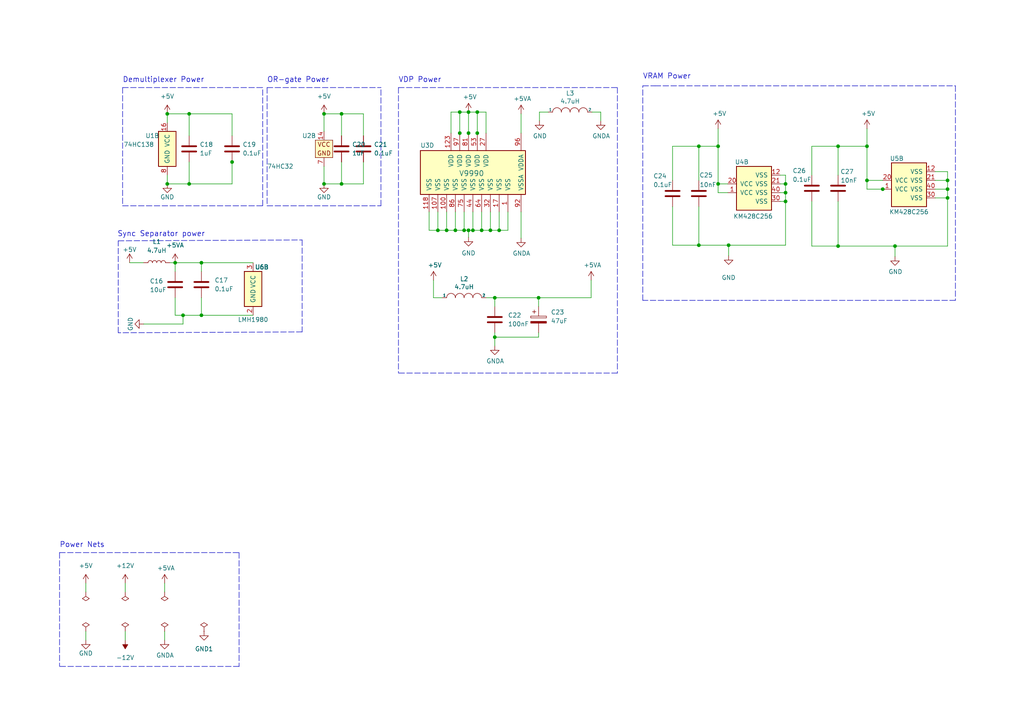
<source format=kicad_sch>
(kicad_sch (version 20211123) (generator eeschema)
  (paper "A4")
  (title_block (title "TRH9000") (date "2022-08-04") (rev "1.0") (company "The Retro Hacker") (comment 2 "Shared under CERN-OHL-S license") (comment 3 "TRH9000 - Open Source MSX Graphics Card based on the Yamaha V9990") (comment 4 "Designed  by: Cristiano Goncalves"))
  (lib_symbols
    (symbol "Device:C" (pin_numbers hide) (pin_names (offset 0.254))
      (property "Reference" "C" (at 0.635 2.54 0))
      (property "Value" "C" (at 0.635 -2.54 0))
      (symbol "C_1_1"
        (pin passive line (at 0 3.81 270) (length 2.794) (name "~") (number "1"))
        (pin passive line (at 0 -3.81 90) (length 2.794) (name "~") (number "2"))
      )
    )
    (symbol "Device:C_Polarized" (pin_numbers hide) (pin_names (offset 0.254))
      (property "Reference" "C" (at 0.635 2.54 0))
      (property "Value" "C_Polarized" (at 0.635 -2.54 0))
      (symbol "C_Polarized_1_1"
        (pin passive line (at 0 3.81 270) (length 2.794) (name "~") (number "1"))
        (pin passive line (at 0 -3.81 90) (length 2.794) (name "~") (number "2"))
      )
    )
    (symbol "Device:L" (pin_numbers hide) (pin_names (offset 1.016) hide)
      (property "Reference" "L" (at -1.27 0 90))
      (property "Value" "L" (at 1.905 0 90))
      (symbol "L_1_1"
        (pin passive line (at 0 3.81 270) (length 1.27) (name "1") (number "1"))
        (pin passive line (at 0 -3.81 90) (length 1.27) (name "2") (number "2"))
      )
    )
    (symbol "KM428C256_1" (pin_names (offset 1.016))
      (property "Reference" "U4" (at -11.43 24.13 0))
      (property "Value" "KM428C256_1" (at -6.35 -31.75 0))
      (symbol "KM428C256_1_1_1"
        (pin bidirectional line (at 15.24 15.24 180) (length 2.54) (name "W2/DQ2") (number "10"))
        (pin bidirectional line (at 15.24 12.7 180) (length 2.54) (name "W3/DQ3") (number "11"))
        (pin input line (at -15.24 -12.7 0) (length 2.54) (name "~{WB}/~{WE}") (number "13"))
        (pin input line (at -15.24 -5.08 0) (length 2.54) (name "~{RAS}") (number "14"))
        (pin input line (at -15.24 0 0) (length 2.54) (name "A8") (number "15"))
        (pin input line (at -15.24 2.54 0) (length 2.54) (name "A7") (number "16"))
        (pin input line (at -15.24 5.08 0) (length 2.54) (name "A6") (number "17"))
        (pin input line (at -15.24 7.62 0) (length 2.54) (name "A5") (number "18"))
        (pin input line (at -15.24 10.16 0) (length 2.54) (name "A4") (number "19"))
        (pin input line (at 15.24 -25.4 180) (length 2.54) (name "SC") (number "2"))
        (pin input line (at -15.24 12.7 0) (length 2.54) (name "A3") (number "22"))
        (pin input line (at -15.24 15.24 0) (length 2.54) (name "A2") (number "23"))
        (pin input line (at -15.24 17.78 0) (length 2.54) (name "A1") (number "24"))
        (pin input line (at -15.24 20.32 0) (length 2.54) (name "A0") (number "25"))
        (pin input line (at -15.24 -22.86 0) (length 2.54) (name "QSF") (number "26"))
        (pin input line (at -15.24 -7.62 0) (length 2.54) (name "~{CAS}") (number "27"))
        (pin no_connect line (at 10.16 0 180) (length 2.54) hide (name "N/C") (number "28"))
        (pin input line (at -15.24 -25.4 0) (length 2.54) (name "DSF") (number "29"))
        (pin bidirectional line (at 15.24 -2.54 180) (length 2.54) (name "SDQ0") (number "3"))
        (pin bidirectional line (at 15.24 10.16 180) (length 2.54) (name "W4/DQ4") (number "31"))
        (pin bidirectional line (at 15.24 7.62 180) (length 2.54) (name "W5/DQ5") (number "32"))
        (pin bidirectional line (at 15.24 5.08 180) (length 2.54) (name "W6/DQ6") (number "33"))
        (pin bidirectional line (at 15.24 2.54 180) (length 2.54) (name "W7/DQ7") (number "34"))
        (pin input line (at 15.24 -27.94 180) (length 2.54) (name "~{SE}") (number "35"))
        (pin bidirectional line (at 15.24 -12.7 180) (length 2.54) (name "SDQ4") (number "36"))
        (pin bidirectional line (at 15.24 -15.24 180) (length 2.54) (name "SDQ5") (number "37"))
        (pin bidirectional line (at 15.24 -17.78 180) (length 2.54) (name "SDQ6") (number "38"))
        (pin bidirectional line (at 15.24 -20.32 180) (length 2.54) (name "SDQ7") (number "39"))
        (pin bidirectional line (at 15.24 -5.08 180) (length 2.54) (name "SDQ1") (number "4"))
        (pin bidirectional line (at 15.24 -7.62 180) (length 2.54) (name "SDQ2") (number "5"))
        (pin bidirectional line (at 15.24 -10.16 180) (length 2.54) (name "SDQ3") (number "6"))
        (pin input line (at -15.24 -10.16 0) (length 2.54) (name "~{DT}/~{OE}") (number "7"))
        (pin bidirectional line (at 15.24 20.32 180) (length 2.54) (name "W0/DQ0") (number "8"))
        (pin bidirectional line (at 15.24 17.78 180) (length 2.54) (name "W1/DQ1") (number "9"))
      )
      (symbol "KM428C256_1_2_1"
        (pin power_in line (at 0 7.62 270) (length 2.54) (name "VCC") (number "1"))
        (pin power_in line (at 5.08 -7.62 90) (length 2.54) (name "VSS") (number "12"))
        (pin power_in line (at 2.54 7.62 270) (length 2.54) (name "VCC") (number "20"))
        (pin power_in line (at 2.54 -7.62 90) (length 2.54) (name "VSS") (number "21"))
        (pin power_in line (at -2.54 -7.62 90) (length 2.54) (name "VSS") (number "30"))
        (pin power_in line (at 0 -7.62 90) (length 2.54) (name "VSS") (number "40"))
      )
    )
    (symbol "TRH9000:74VHC138" (pin_names (offset 0.762))
      (property "Reference" "U1" (at -6.35 13.97 0))
      (property "Value" "74VHC138" (at -6.35 -13.97 0))
      (symbol "74VHC138_1_0"
        (text "&" (at -3.81 10.795 0) (effects (font (size 1.27 1.27))))
      )
      (symbol "74VHC138_1_1"
        (pin input line (at -8.89 -3.81 0) (length 2.54) (name "A0") (number "1"))
        (pin output line (at 10.16 -5.08 180) (length 2.54) (name "~{Y5}") (number "10"))
        (pin output line (at 10.16 -2.54 180) (length 2.54) (name "~{Y4}") (number "11"))
        (pin output line (at 10.16 0 180) (length 2.54) (name "~{Y3}") (number "12"))
        (pin output line (at 10.16 2.54 180) (length 2.54) (name "~{Y2}") (number "13"))
        (pin output line (at 10.16 5.08 180) (length 2.54) (name "~{Y1}") (number "14"))
        (pin output line (at 10.16 7.62 180) (length 2.54) (name "~{Y0}") (number "15"))
        (pin input line (at -8.89 -6.35 0) (length 2.54) (name "A1") (number "2"))
        (pin input line (at -8.89 -8.89 0) (length 2.54) (name "A2") (number "3"))
        (pin input line (at -8.89 7.62 0) (length 2.54) (name "~{G2A}") (number "4"))
        (pin input line (at -8.89 5.08 0) (length 2.54) (name "~{G2B}") (number "5"))
        (pin input line (at -8.89 2.54 0) (length 2.54) (name "G1") (number "6"))
        (pin output line (at 10.16 -10.16 180) (length 2.54) (name "~{Y7}") (number "7"))
        (pin output line (at 10.16 -7.62 180) (length 2.54) (name "~{Y6}") (number "9"))
      )
      (symbol "74VHC138_2_0"
        (pin power_in line (at 0 7.62 270) (length 2.54) (name "VCC") (number "16"))
      )
      (symbol "74VHC138_2_1"
        (pin power_in line (at 0 -7.62 90) (length 2.54) (name "GND") (number "8"))
      )
    )
    (symbol "TRH9000:KM428C256" (pin_names (offset 1.016))
      (property "Reference" "U4" (at -11.43 24.13 0))
      (property "Value" "KM428C256" (at -6.35 -31.75 0))
      (symbol "KM428C256_1_1"
        (pin bidirectional line (at 15.24 15.24 180) (length 2.54) (name "W2/DQ2") (number "10"))
        (pin bidirectional line (at 15.24 12.7 180) (length 2.54) (name "W3/DQ3") (number "11"))
        (pin input line (at -15.24 -12.7 0) (length 2.54) (name "~{WB}/~{WE}") (number "13"))
        (pin input line (at -15.24 -5.08 0) (length 2.54) (name "~{RAS}") (number "14"))
        (pin input line (at -15.24 0 0) (length 2.54) (name "A8") (number "15"))
        (pin input line (at -15.24 2.54 0) (length 2.54) (name "A7") (number "16"))
        (pin input line (at -15.24 5.08 0) (length 2.54) (name "A6") (number "17"))
        (pin input line (at -15.24 7.62 0) (length 2.54) (name "A5") (number "18"))
        (pin input line (at -15.24 10.16 0) (length 2.54) (name "A4") (number "19"))
        (pin input line (at 15.24 -25.4 180) (length 2.54) (name "SC") (number "2"))
        (pin input line (at -15.24 12.7 0) (length 2.54) (name "A3") (number "22"))
        (pin input line (at -15.24 15.24 0) (length 2.54) (name "A2") (number "23"))
        (pin input line (at -15.24 17.78 0) (length 2.54) (name "A1") (number "24"))
        (pin input line (at -15.24 20.32 0) (length 2.54) (name "A0") (number "25"))
        (pin input line (at -15.24 -22.86 0) (length 2.54) (name "QSF") (number "26"))
        (pin input line (at -15.24 -7.62 0) (length 2.54) (name "~{CAS}") (number "27"))
        (pin no_connect line (at 10.16 0 180) (length 2.54) hide (name "N/C") (number "28"))
        (pin input line (at -15.24 -25.4 0) (length 2.54) (name "DSF") (number "29"))
        (pin bidirectional line (at 15.24 -2.54 180) (length 2.54) (name "SDQ0") (number "3"))
        (pin bidirectional line (at 15.24 10.16 180) (length 2.54) (name "W4/DQ4") (number "31"))
        (pin bidirectional line (at 15.24 7.62 180) (length 2.54) (name "W5/DQ5") (number "32"))
        (pin bidirectional line (at 15.24 5.08 180) (length 2.54) (name "W6/DQ6") (number "33"))
        (pin bidirectional line (at 15.24 2.54 180) (length 2.54) (name "W7/DQ7") (number "34"))
        (pin input line (at 15.24 -27.94 180) (length 2.54) (name "~{SE}") (number "35"))
        (pin bidirectional line (at 15.24 -12.7 180) (length 2.54) (name "SDQ4") (number "36"))
        (pin bidirectional line (at 15.24 -15.24 180) (length 2.54) (name "SDQ5") (number "37"))
        (pin bidirectional line (at 15.24 -17.78 180) (length 2.54) (name "SDQ6") (number "38"))
        (pin bidirectional line (at 15.24 -20.32 180) (length 2.54) (name "SDQ7") (number "39"))
        (pin bidirectional line (at 15.24 -5.08 180) (length 2.54) (name "SDQ1") (number "4"))
        (pin bidirectional line (at 15.24 -7.62 180) (length 2.54) (name "SDQ2") (number "5"))
        (pin bidirectional line (at 15.24 -10.16 180) (length 2.54) (name "SDQ3") (number "6"))
        (pin input line (at -15.24 -10.16 0) (length 2.54) (name "~{DT}/~{OE}") (number "7"))
        (pin bidirectional line (at 15.24 20.32 180) (length 2.54) (name "W0/DQ0") (number "8"))
        (pin bidirectional line (at 15.24 17.78 180) (length 2.54) (name "W1/DQ1") (number "9"))
      )
      (symbol "KM428C256_2_1"
        (pin power_in line (at 0 7.62 270) (length 2.54) (name "VCC") (number "1"))
        (pin power_in line (at 5.08 -7.62 90) (length 2.54) (name "VSS") (number "12"))
        (pin power_in line (at 2.54 7.62 270) (length 2.54) (name "VCC") (number "20"))
        (pin power_in line (at 2.54 -7.62 90) (length 2.54) (name "VSS") (number "21"))
        (pin power_in line (at -2.54 -7.62 90) (length 2.54) (name "VSS") (number "30"))
        (pin power_in line (at 0 -7.62 90) (length 2.54) (name "VSS") (number "40"))
      )
    )
    (symbol "TRH9000:LMH1980" (pin_names (offset 1.016))
      (property "Reference" "U6" (at 0 14.4018 0))
      (property "Value" "LMH1980" (at 0 12.0904 0))
      (symbol "LMH1980_1_1"
        (pin input line (at -10.16 0 0) (length 2.54) (name "REXT") (number "1"))
        (pin output line (at 10.16 -5.08 180) (length 2.54) (name "OEOUT") (number "10"))
        (pin input line (at -10.16 2.54 0) (length 2.54) (name "VIN") (number "4"))
        (pin output line (at 10.16 7.62 180) (length 2.54) (name "~{HD}") (number "5"))
        (pin output line (at 10.16 5.08 180) (length 2.54) (name "HSOUT") (number "6"))
        (pin output line (at 10.16 2.54 180) (length 2.54) (name "VSOUT") (number "7"))
        (pin output line (at 10.16 0 180) (length 2.54) (name "CSOUT") (number "8"))
        (pin output line (at 10.16 -2.54 180) (length 2.54) (name "BPOUT") (number "9"))
      )
      (symbol "LMH1980_2_1"
        (pin power_in line (at 0 -7.62 90) (length 2.54) (name "GND") (number "2"))
        (pin power_in line (at 0 7.62 270) (length 2.54) (name "VCC") (number "3"))
      )
    )
    (symbol "TRH9000:T.I_SN74AHCT32D" (pin_names (offset 1))
      (property "Reference" "U5" (at -22.86 17.78 0))
      (property "Value" "T.I_SN74AHCT32D" (at -22.86 15.24 0))
      (symbol "T.I_SN74AHCT32D_1_1"
        (pin input line (at -10.16 10.16 0) (length 2.54) (name "1A") (number "1"))
        (pin input line (at -10.16 -2.54 0) (length 2.54) (name "3B") (number "10"))
        (pin output line (at 10.16 -7.62 180) (length 2.54) (name "4Y") (number "11"))
        (pin input line (at -10.16 -5.08 0) (length 2.54) (name "4A") (number "12"))
        (pin input line (at -10.16 -7.62 0) (length 2.54) (name "4B") (number "13"))
        (pin input line (at -10.16 7.62 0) (length 2.54) (name "1B") (number "2"))
        (pin output line (at 10.16 7.62 180) (length 2.54) (name "1Y") (number "3"))
        (pin input line (at -10.16 5.08 0) (length 2.54) (name "2A") (number "4"))
        (pin input line (at -10.16 2.54 0) (length 2.54) (name "2B") (number "5"))
        (pin output line (at 10.16 2.54 180) (length 2.54) (name "2Y") (number "6"))
        (pin output line (at 10.16 -2.54 180) (length 2.54) (name "3Y") (number "8"))
        (pin input line (at -10.16 0 0) (length 2.54) (name "3A") (number "9"))
      )
      (symbol "T.I_SN74AHCT32D_2_0"
        (text "GND" (at 0 -1.27 0) (effects (font (size 1.27 1.27))))
        (text "VCC" (at 0 1.27 0) (effects (font (size 1.27 1.27))))
      )
      (symbol "T.I_SN74AHCT32D_2_1"
        (pin power_in line (at 0 5.08 270) (length 2.54) (name "VCC") (number "14"))
        (pin power_in line (at 0 -5.08 90) (length 2.54) (name "GND") (number "7"))
      )
    )
    (symbol "TRH9000:V9990" (pin_names (offset 1.016))
      (property "Reference" "U" (at -12.7 60.96 0))
      (property "Value" "V9990" (at -2.54 -76.2 0))
      (symbol "V9990_1_0"
        (text "CPU Interface" (at 0 29.21 0) (effects (font (size 1.27 1.27))))
        (pin input line (at -15.24 20.32 0) (length 5.08) (name "~{VMREQ}") (number "124"))
        (pin open_emitter line (at 15.24 20.32 180) (length 5.08) (name "~{DREQ}") (number "125"))
        (pin open_collector line (at 15.24 15.24 180) (length 5.08) (name "~{INT0}") (number "126"))
        (pin input line (at -15.24 10.16 0) (length 5.08) (name "MODE2") (number "6"))
        (pin input line (at -15.24 7.62 0) (length 5.08) (name "MODE3") (number "7"))
      )
      (symbol "V9990_1_1"
        (pin input line (at -15.24 25.4 0) (length 5.08) (name "~{RESET}") (number "110"))
        (pin tri_state line (at -15.24 2.54 0) (length 5.08) (name "CD0") (number "114"))
        (pin tri_state line (at -15.24 0 0) (length 5.08) (name "CD1") (number "115"))
        (pin tri_state line (at -15.24 -2.54 0) (length 5.08) (name "CD2") (number "116"))
        (pin tri_state line (at -15.24 -5.08 0) (length 5.08) (name "CD3") (number "117"))
        (pin tri_state line (at -15.24 -7.62 0) (length 5.08) (name "CD4") (number "119"))
        (pin tri_state line (at -15.24 -10.16 0) (length 5.08) (name "CD5") (number "120"))
        (pin tri_state line (at -15.24 -12.7 0) (length 5.08) (name "CD6") (number "121"))
        (pin tri_state line (at -15.24 -15.24 0) (length 5.08) (name "CD7") (number "122"))
        (pin open_collector line (at 15.24 12.7 180) (length 5.08) (name "~{INT1}") (number "127"))
        (pin output line (at 15.24 25.4 180) (length 5.08) (name "~{WAIT}") (number "128"))
        (pin input line (at -15.24 -22.86 0) (length 5.08) (name "~{CSW}") (number "2"))
        (pin input line (at -15.24 -20.32 0) (length 5.08) (name "~{CSR}") (number "3"))
        (pin input line (at -15.24 15.24 0) (length 5.08) (name "MODE0") (number "4"))
        (pin input line (at -15.24 12.7 0) (length 5.08) (name "MODE1") (number "5"))
      )
      (symbol "V9990_2_0"
        (text "Address Bus &" (at -11.43 -43.18 0) (effects (font (size 1.27 1.27)) (justify left)))
        (text "Kanji Output" (at -11.43 -45.72 0) (effects (font (size 1.27 1.27)) (justify left)))
        (text "PORT 0" (at 0 35.56 900) (effects (font (size 1.27 1.27))))
        (text "PORT 1" (at 0 -12.7 900) (effects (font (size 1.27 1.27))))
        (text "VRAM interface" (at 0 57.15 0) (effects (font (size 1.27 1.27))))
        (pin tri_state line (at 17.78 -58.42 180) (length 5.08) (name "KA15") (number "10"))
        (pin tri_state line (at 17.78 -55.88 180) (length 5.08) (name "KA14") (number "11"))
        (pin tri_state line (at 17.78 -53.34 180) (length 5.08) (name "KA13") (number "12"))
        (pin tri_state line (at 17.78 -50.8 180) (length 5.08) (name "KA12") (number "13"))
        (pin tri_state line (at 17.78 -48.26 180) (length 5.08) (name "KA11") (number "14"))
        (pin tri_state line (at 17.78 -45.72 180) (length 5.08) (name "KA10") (number "15"))
        (pin tri_state line (at 17.78 -43.18 180) (length 5.08) (name "KA9") (number "16"))
        (pin tri_state line (at 17.78 10.16 180) (length 5.08) (name "V0_A8/KA8") (number "18"))
        (pin tri_state line (at 17.78 12.7 180) (length 5.08) (name "V0_A7/KA7") (number "19"))
        (pin tri_state line (at 17.78 15.24 180) (length 5.08) (name "V0_A6/KA6") (number "20"))
        (pin tri_state line (at 17.78 17.78 180) (length 5.08) (name "V0_A5/KA5") (number "21"))
        (pin tri_state line (at 17.78 20.32 180) (length 5.08) (name "V0_A4/KA4") (number "22"))
        (pin tri_state line (at 17.78 22.86 180) (length 5.08) (name "V0_A3/KA3") (number "23"))
        (pin tri_state line (at 17.78 25.4 180) (length 5.08) (name "V0_A2/KA2") (number "24"))
        (pin tri_state line (at 17.78 27.94 180) (length 5.08) (name "V0_A1/KA1") (number "25"))
        (pin tri_state line (at 17.78 30.48 180) (length 5.08) (name "V0_A0/KA0") (number "26"))
        (pin output line (at 17.78 35.56 180) (length 5.08) (name "~{KOE}") (number "37"))
        (pin tri_state line (at 17.78 43.18 180) (length 5.08) (name "~{V0_WE}") (number "40"))
        (pin output line (at 17.78 53.34 180) (length 5.08) (name "~{V0_TR/OE}") (number "41"))
        (pin output clock (at 17.78 40.64 180) (length 5.08) (name "~{V0_SC}") (number "42"))
        (pin output line (at 17.78 50.8 180) (length 5.08) (name "~{V0_SOE}") (number "43"))
        (pin input line (at -17.78 35.56 0) (length 5.08) (name "V0_S7") (number "45"))
        (pin input line (at -17.78 38.1 0) (length 5.08) (name "V0_S6") (number "46"))
        (pin input line (at -17.78 40.64 0) (length 5.08) (name "V0_S5") (number "47"))
        (pin input line (at -17.78 43.18 0) (length 5.08) (name "V0_S4") (number "48"))
        (pin input line (at -17.78 45.72 0) (length 5.08) (name "V0_S3") (number "49"))
        (pin input line (at -17.78 48.26 0) (length 5.08) (name "V0_S2") (number "50"))
        (pin input line (at -17.78 50.8 0) (length 5.08) (name "V0_S1") (number "51"))
        (pin input line (at -17.78 53.34 0) (length 5.08) (name "V0_S0") (number "52"))
        (pin tri_state line (at 17.78 -5.08 180) (length 5.08) (name "~{V1_WE}") (number "65"))
        (pin output line (at 17.78 5.08 180) (length 5.08) (name "~{V1_TR/OE}") (number "66"))
        (pin output clock (at 17.78 -7.62 180) (length 5.08) (name "V1_SC") (number "67"))
        (pin output line (at 17.78 2.54 180) (length 5.08) (name "~{V1_SOE}") (number "68"))
        (pin output line (at 17.78 -10.16 180) (length 5.08) (name "ASEL") (number "70"))
        (pin tri_state line (at 17.78 -38.1 180) (length 5.08) (name "V1_A8") (number "71"))
        (pin tri_state line (at 17.78 -35.56 180) (length 5.08) (name "V1_A7") (number "72"))
        (pin tri_state line (at 17.78 -33.02 180) (length 5.08) (name "V1_A6") (number "73"))
        (pin tri_state line (at 17.78 -30.48 180) (length 5.08) (name "V1_A5") (number "74"))
        (pin tri_state line (at 17.78 -27.94 180) (length 5.08) (name "V1_A4") (number "76"))
        (pin tri_state line (at 17.78 -25.4 180) (length 5.08) (name "V1_A3") (number "77"))
        (pin tri_state line (at 17.78 -22.86 180) (length 5.08) (name "V1_A2") (number "78"))
        (pin tri_state line (at 17.78 -20.32 180) (length 5.08) (name "V1_A1") (number "79"))
        (pin tri_state line (at 17.78 -63.5 180) (length 5.08) (name "KA17") (number "8"))
        (pin tri_state line (at 17.78 -17.78 180) (length 5.08) (name "V1_A0") (number "80"))
        (pin tri_state line (at 17.78 -60.96 180) (length 5.08) (name "KA16") (number "9"))
      )
      (symbol "V9990_2_1"
        (pin bidirectional line (at -17.78 12.7 0) (length 5.08) (name "V0_D7/KD7") (number "28"))
        (pin bidirectional line (at -17.78 15.24 0) (length 5.08) (name "V0_D6/KD6") (number "29"))
        (pin bidirectional line (at -17.78 17.78 0) (length 5.08) (name "V0_D5/KD5") (number "30"))
        (pin bidirectional line (at -17.78 20.32 0) (length 5.08) (name "V0_D4/KD4") (number "31"))
        (pin bidirectional line (at -17.78 22.86 0) (length 5.08) (name "V0_D3/KD3") (number "33"))
        (pin bidirectional line (at -17.78 25.4 0) (length 5.08) (name "V0_D2/KD2") (number "34"))
        (pin bidirectional line (at -17.78 27.94 0) (length 5.08) (name "V0_D1/KD1") (number "35"))
        (pin bidirectional line (at -17.78 30.48 0) (length 5.08) (name "V0_D0/KD0") (number "36"))
        (pin output line (at 17.78 45.72 180) (length 5.08) (name "~{V0_RAS}") (number "38"))
        (pin output line (at 17.78 48.26 180) (length 5.08) (name "~{V0_CAS}") (number "39"))
        (pin input line (at -17.78 -12.7 0) (length 5.08) (name "V1_S7") (number "54"))
        (pin input line (at -17.78 -10.16 0) (length 5.08) (name "V1_S6") (number "55"))
        (pin input line (at -17.78 -7.62 0) (length 5.08) (name "V1_S5") (number "56"))
        (pin input line (at -17.78 -5.08 0) (length 5.08) (name "V1_S4") (number "57"))
        (pin input line (at -17.78 -2.54 0) (length 5.08) (name "V1_S3") (number "58"))
        (pin input line (at -17.78 0 0) (length 5.08) (name "V1_S2") (number "59"))
        (pin input line (at -17.78 2.54 0) (length 5.08) (name "V1_S1") (number "60"))
        (pin input line (at -17.78 5.08 0) (length 5.08) (name "V1_S0") (number "61"))
        (pin output line (at 17.78 -2.54 180) (length 5.08) (name "~{V1_RAS}") (number "62"))
        (pin output line (at 17.78 0 180) (length 5.08) (name "~{V1_CAS}") (number "63"))
        (pin output line (at 17.78 38.1 180) (length 5.08) (name "~{VMBG}") (number "69"))
        (pin bidirectional line (at -17.78 -17.78 0) (length 5.08) (name "V1_D0") (number "82"))
        (pin bidirectional line (at -17.78 -20.32 0) (length 5.08) (name "V1_D1") (number "83"))
        (pin bidirectional line (at -17.78 -22.86 0) (length 5.08) (name "V1_D2") (number "84"))
        (pin bidirectional line (at -17.78 -25.4 0) (length 5.08) (name "V1_D3") (number "85"))
        (pin bidirectional line (at -17.78 -27.94 0) (length 5.08) (name "V1_D4") (number "87"))
        (pin bidirectional line (at -17.78 -30.48 0) (length 5.08) (name "V1_D5") (number "88"))
        (pin bidirectional line (at -17.78 -33.02 0) (length 5.08) (name "V1_D6") (number "89"))
        (pin bidirectional line (at -17.78 -35.56 0) (length 5.08) (name "V1_D7") (number "90"))
      )
      (symbol "V9990_3_0"
        (text "(14MHz)" (at -6.35 23.495 0) (effects (font (size 1 1))))
        (text "(21MHz)" (at 0 17.78 0) (effects (font (size 1 1))))
        (text "(3.58MHz)" (at -3.81 -7.62 0) (effects (font (size 1 1))))
        (text "(MCK÷2)" (at 0.635 25.4 0) (effects (font (size 0.75 0.75))))
        (text "(MCK÷4)" (at 0.635 22.987 0) (effects (font (size 0.75 0.75))))
        (text "/CB4" (at -6.985 8.636 0) (effects (font (size 0.85 0.85))))
        (text "/CB5" (at 3.81 8.636 0) (effects (font (size 0.85 0.85))))
        (text "CLOCK signals" (at 0 29.21 0) (effects (font (size 1.27 1.27))))
        (text "VIDEO interface" (at 0 13.97 0) (effects (font (size 1.27 1.27))))
        (text "~{HRESET}" (at -5.588 10.033 0) (effects (font (size 1.27 1.27))))
        (text "~{VRESET}" (at 5.588 10.033 0) (effects (font (size 1.27 1.27))))
        (pin input clock (at -15.24 25.4 0) (length 5.08) (name "MCKIN") (number "113"))
      )
      (symbol "V9990_3_1"
        (pin output line (at 15.24 -15.24 180) (length 5.08) (name "~{HSYNC/LC}") (number "101"))
        (pin output line (at 15.24 -17.78 180) (length 5.08) (name "~{CSYNC/FLM}") (number "102"))
        (pin output line (at 15.24 -22.86 180) (length 5.08) (name "~{BLANK/M}") (number "103"))
        (pin output clock (at 15.24 -25.4 180) (length 5.08) (name "SHCK") (number "104"))
        (pin bidirectional line (at -15.24 10.16 0) (length 5.08) (name "~{HRESET}/CB4") (number "105"))
        (pin bidirectional line (at 15.24 10.16 180) (length 5.08) (name "~{VRESET}/CB5") (number "106"))
        (pin output clock (at 15.24 -7.62 180) (length 5.08) (name "CB6/FSC") (number "108"))
        (pin output line (at 15.24 -10.16 180) (length 5.08) (name "CB7") (number "109"))
        (pin output clock (at 15.24 25.4 180) (length 5.08) (name "DHCLK") (number "111"))
        (pin output clock (at 15.24 22.86 180) (length 5.08) (name "DLCLK") (number "112"))
        (pin output line (at 15.24 -2.54 180) (length 5.08) (name "~{YS}/D0/CB0") (number "91"))
        (pin output line (at 15.24 5.08 180) (length 5.08) (name "R/D3/CB3") (number "93"))
        (pin output line (at 15.24 2.54 180) (length 5.08) (name "G/D2/CB2") (number "94"))
        (pin output line (at 15.24 0 180) (length 5.08) (name "B/D1/CB1") (number "95"))
        (pin input clock (at -15.24 17.78 0) (length 5.08) (name "XTAL1") (number "98"))
        (pin output clock (at 15.24 17.78 180) (length 5.08) (name "XTAL2") (number "99"))
      )
      (symbol "V9990_4_0"
        (pin power_in line (at -12.7 -12.7 90) (length 5.08) (name "VSS") (number "100"))
        (pin power_in line (at -15.24 -12.7 90) (length 5.08) (name "VSS") (number "107"))
        (pin power_in line (at -17.78 -12.7 90) (length 5.08) (name "VSS") (number "118"))
        (pin power_in line (at -11.43 10.16 270) (length 5.08) (name "VDD") (number "123"))
        (pin power_in line (at 2.54 -12.7 90) (length 5.08) (name "VSS") (number "17"))
        (pin power_in line (at 0 -12.7 90) (length 5.08) (name "VSS") (number "32"))
        (pin power_in line (at -5.08 -12.7 90) (length 5.08) (name "VSS") (number "44"))
        (pin power_in line (at -3.81 10.16 270) (length 5.08) (name "VDD") (number "53"))
        (pin power_in line (at -2.54 -12.7 90) (length 5.08) (name "VSS") (number "64"))
        (pin power_in line (at -7.62 -12.7 90) (length 5.08) (name "VSS") (number "75"))
        (pin power_in line (at -6.35 10.16 270) (length 5.08) (name "VDD") (number "81"))
        (pin power_in line (at -10.16 -12.7 90) (length 5.08) (name "VSS") (number "86"))
        (pin power_in line (at 8.89 -12.7 90) (length 5.08) (name "VSSA") (number "92"))
        (pin power_in line (at -8.89 10.16 270) (length 5.08) (name "VDD") (number "97"))
      )
      (symbol "V9990_4_1"
        (pin power_in line (at 5.08 -12.7 90) (length 5.08) (name "VSS") (number "1"))
        (pin power_in line (at -1.27 10.16 270) (length 5.08) (name "VDD") (number "27"))
        (pin power_in line (at 8.89 10.16 270) (length 5.08) (name "VDDA") (number "96"))
      )
    )
    (symbol "power:+12V" (power) (pin_names (offset 0))
      (property "Value" "+12V" (at 0 3.556 0))
      (symbol "+12V_1_1"
        (pin power_in line (at 0 0 90) (length 0) hide (name "+12V") (number "1"))
      )
    )
    (symbol "power:+5V" (power) (pin_names (offset 0))
      (property "Value" "+5V" (at 0 3.556 0))
      (symbol "+5V_1_1"
        (pin power_in line (at 0 0 90) (length 0) hide (name "+5V") (number "1"))
      )
    )
    (symbol "power:+5VA" (power) (pin_names (offset 0))
      (property "Value" "+5VA" (at 0 3.556 0))
      (symbol "+5VA_1_1"
        (pin power_in line (at 0 0 90) (length 0) hide (name "+5VA") (number "1"))
      )
    )
    (symbol "power:-12V" (power) (pin_names (offset 0))
      (property "Value" "-12V" (at 0 3.81 0))
      (symbol "-12V_0_0"
        (pin power_in line (at 0 0 90) (length 0) hide (name "-12V") (number "1"))
      )
    )
    (symbol "power:GND" (power) (pin_names (offset 0))
      (property "Value" "GND" (at 0 -3.81 0))
      (symbol "GND_1_1"
        (pin power_in line (at 0 0 270) (length 0) hide (name "GND") (number "1"))
      )
    )
    (symbol "power:GND1" (power) (pin_names (offset 0))
      (property "Value" "GND1" (at 0 -3.81 0))
      (symbol "GND1_1_1"
        (pin power_in line (at 0 0 270) (length 0) hide (name "GND1") (number "1"))
      )
    )
    (symbol "power:GNDA" (power) (pin_names (offset 0))
      (property "Value" "GNDA" (at 0 -3.81 0))
      (symbol "GNDA_1_1"
        (pin power_in line (at 0 0 270) (length 0) hide (name "GNDA") (number "1"))
      )
    )
    (symbol "power:PWR_FLAG" (power) (pin_numbers hide) (pin_names (offset 0) hide)
      (property "Value" "PWR_FLAG" (at 0 3.81 0))
      (symbol "PWR_FLAG_0_0"
        (pin power_out line (at 0 0 90) (length 0) (name "pwr") (number "1"))
      )
    )
    (symbol "pspice:INDUCTOR" (pin_numbers hide) (pin_names (offset 0))
      (property "Reference" "L" (at 0 2.54 0))
      (property "Value" "INDUCTOR" (at 0 -1.27 0))
      (symbol "INDUCTOR_1_1"
        (pin input line (at -6.35 0 0) (length 1.27) (name "1") (number "1"))
        (pin input line (at 6.35 0 180) (length 1.27) (name "2") (number "2"))
      )
    )
  )
  (junction (at 99.06 53.34))
  (junction (at 202.692 42.418))
  (junction (at 202.692 71.12))
  (junction (at 132.08 66.802))
  (junction (at 48.514 53.34))
  (junction (at 127 66.802))
  (junction (at 93.98 53.34))
  (junction (at 142.24 66.802))
  (junction (at 58.42 76.2))
  (junction (at 54.864 53.34))
  (junction (at 227.838 55.88))
  (junction (at 48.514 33.02))
  (junction (at 134.62 66.802))
  (junction (at 67.31 46.99))
  (junction (at 58.42 91.44))
  (junction (at 251.46 42.418))
  (junction (at 274.828 54.864))
  (junction (at 274.828 52.324))
  (junction (at 156.21 86.36))
  (junction (at 256.032 54.864))
  (junction (at 243.078 71.374))
  (junction (at 227.838 53.34))
  (junction (at 243.078 42.418))
  (junction (at 208.28 42.418))
  (junction (at 53.086 91.44))
  (junction (at 135.89 32.512))
  (junction (at 137.16 66.802))
  (junction (at 138.43 38.608))
  (junction (at 93.98 33.02))
  (junction (at 135.89 66.802))
  (junction (at 259.588 71.374))
  (junction (at 133.35 38.608))
  (junction (at 208.28 53.34))
  (junction (at 139.7 66.802))
  (junction (at 138.43 32.512))
  (junction (at 143.51 97.79))
  (junction (at 143.51 86.36))
  (junction (at 99.06 33.02))
  (junction (at 50.8 76.2))
  (junction (at 144.78 66.802))
  (junction (at 133.35 32.512))
  (junction (at 54.864 33.02))
  (junction (at 227.838 58.42))
  (junction (at 129.54 66.802))
  (junction (at 135.89 38.608))
  (junction (at 211.328 71.12))
  (junction (at 251.46 52.324))
  (junction (at 274.828 57.404))
  (wire (pts (xy 251.46 37.338) (xy 251.46 42.418)))
  (wire (pts (xy 135.89 38.608) (xy 135.89 32.512)))
  (wire (pts (xy 202.692 71.12) (xy 211.328 71.12)))
  (wire (pts (xy 54.864 33.02) (xy 48.514 33.02)))
  (wire (pts (xy 208.28 53.34) (xy 208.28 55.88)))
  (wire (pts (xy 151.13 33.02) (xy 151.13 38.608)))
  (wire (pts (xy 271.272 49.784) (xy 274.828 49.784)))
  (wire (pts (xy 144.78 61.468) (xy 144.78 66.802)))
  (wire (pts (xy 151.13 61.468) (xy 151.13 69.088)))
  (wire (pts (xy 274.828 71.374) (xy 274.828 57.404)))
  (wire (pts (xy 195.072 71.12) (xy 202.692 71.12)))
  (polyline (pts (xy 35.56 59.69) (xy 76.2 59.69)))
  (wire (pts (xy 50.8 76.2) (xy 58.42 76.2)))
  (wire (pts (xy 208.28 53.34) (xy 211.074 53.34)))
  (wire (pts (xy 251.46 54.864) (xy 256.032 54.864)))
  (polyline (pts (xy 34.29 69.85) (xy 87.63 69.596)))
  (wire (pts (xy 274.828 52.324) (xy 274.828 54.864)))
  (polyline (pts (xy 186.436 87.122) (xy 186.436 24.892)))
  (wire (pts (xy 227.838 58.42) (xy 226.314 58.42)))
  (wire (pts (xy 140.97 32.512) (xy 140.97 38.608)))
  (wire (pts (xy 171.45 86.36) (xy 171.45 81.28)))
  (wire (pts (xy 243.078 42.418) (xy 251.46 42.418)))
  (wire (pts (xy 235.458 42.418) (xy 235.458 50.8)))
  (wire (pts (xy 243.078 50.8) (xy 243.078 42.418)))
  (polyline (pts (xy 77.47 59.69) (xy 110.49 59.69)))
  (wire (pts (xy 142.24 61.468) (xy 142.24 66.802)))
  (wire (pts (xy 132.08 66.802) (xy 134.62 66.802)))
  (wire (pts (xy 227.838 53.34) (xy 227.838 55.88)))
  (wire (pts (xy 105.41 53.34) (xy 99.06 53.34)))
  (polyline (pts (xy 69.342 160.274) (xy 69.342 193.294)))
  (wire (pts (xy 134.62 66.802) (xy 135.89 66.802)))
  (wire (pts (xy 256.032 54.864) (xy 256.286 54.864)))
  (wire (pts (xy 143.51 96.52) (xy 143.51 97.79)))
  (wire (pts (xy 54.864 39.37) (xy 54.864 33.02)))
  (wire (pts (xy 24.892 169.164) (xy 24.892 171.704)))
  (wire (pts (xy 93.98 33.02) (xy 93.98 38.1)))
  (wire (pts (xy 195.072 71.12) (xy 195.072 59.944)))
  (polyline (pts (xy 179.07 25.4) (xy 179.07 108.204)))
  (wire (pts (xy 58.42 76.2) (xy 73.406 76.2)))
  (wire (pts (xy 50.8 91.44) (xy 53.086 91.44)))
  (wire (pts (xy 127 66.802) (xy 129.54 66.802)))
  (wire (pts (xy 202.692 42.418) (xy 202.692 52.324)))
  (wire (pts (xy 138.43 38.608) (xy 138.43 38.862)))
  (wire (pts (xy 202.692 42.418) (xy 208.28 42.418)))
  (wire (pts (xy 227.838 58.42) (xy 227.838 71.12)))
  (wire (pts (xy 138.43 32.512) (xy 138.43 38.608)))
  (wire (pts (xy 156.21 97.79) (xy 143.51 97.79)))
  (wire (pts (xy 271.272 54.864) (xy 274.828 54.864)))
  (wire (pts (xy 130.81 32.512) (xy 133.35 32.512)))
  (wire (pts (xy 227.838 53.34) (xy 226.314 53.34)))
  (wire (pts (xy 243.078 58.42) (xy 243.078 71.374)))
  (wire (pts (xy 67.31 46.99) (xy 67.31 53.34)))
  (wire (pts (xy 99.06 33.02) (xy 99.06 39.37)))
  (wire (pts (xy 47.752 185.674) (xy 47.752 183.134)))
  (wire (pts (xy 137.16 61.468) (xy 137.16 66.802)))
  (wire (pts (xy 195.072 42.418) (xy 202.692 42.418)))
  (wire (pts (xy 67.31 39.37) (xy 67.31 33.02)))
  (polyline (pts (xy 76.2 59.69) (xy 76.2 25.4)))
  (wire (pts (xy 67.31 46.736) (xy 67.31 46.99)))
  (wire (pts (xy 174.244 35.052) (xy 174.244 32.512)))
  (wire (pts (xy 147.32 61.468) (xy 147.32 66.802)))
  (wire (pts (xy 139.7 66.802) (xy 142.24 66.802)))
  (wire (pts (xy 53.086 91.44) (xy 58.42 91.44)))
  (wire (pts (xy 133.35 32.512) (xy 135.89 32.512)))
  (polyline (pts (xy 77.47 25.4) (xy 110.49 25.4)))
  (wire (pts (xy 41.656 93.98) (xy 53.086 93.98)))
  (wire (pts (xy 139.7 61.468) (xy 139.7 66.802)))
  (wire (pts (xy 24.892 183.134) (xy 24.892 185.674)))
  (wire (pts (xy 202.692 59.944) (xy 202.692 71.12)))
  (polyline (pts (xy 189.992 24.892) (xy 277.114 24.892)))
  (wire (pts (xy 125.73 81.28) (xy 125.73 86.36)))
  (polyline (pts (xy 179.07 108.204) (xy 115.57 108.204)))
  (polyline (pts (xy 34.29 96.52) (xy 34.29 69.85)))
  (wire (pts (xy 105.41 39.37) (xy 105.41 33.02)))
  (wire (pts (xy 235.458 71.374) (xy 235.458 58.42)))
  (wire (pts (xy 137.16 66.802) (xy 139.7 66.802)))
  (wire (pts (xy 144.78 66.802) (xy 147.32 66.802)))
  (wire (pts (xy 235.458 71.374) (xy 243.078 71.374)))
  (wire (pts (xy 53.086 93.98) (xy 53.086 91.44)))
  (wire (pts (xy 156.21 86.36) (xy 171.45 86.36)))
  (wire (pts (xy 159.004 32.512) (xy 156.464 32.512)))
  (wire (pts (xy 227.838 55.88) (xy 227.838 58.42)))
  (wire (pts (xy 274.828 54.864) (xy 274.828 57.404)))
  (wire (pts (xy 50.8 76.2) (xy 50.8 78.74)))
  (wire (pts (xy 156.464 32.512) (xy 156.464 35.052)))
  (wire (pts (xy 227.838 55.88) (xy 226.314 55.88)))
  (wire (pts (xy 208.28 37.338) (xy 208.28 42.418)))
  (polyline (pts (xy 115.57 25.4) (xy 179.07 25.4)))
  (polyline (pts (xy 17.272 160.274) (xy 69.342 160.274)))
  (wire (pts (xy 208.28 55.88) (xy 211.074 55.88)))
  (wire (pts (xy 195.072 42.418) (xy 195.072 52.324)))
  (wire (pts (xy 135.89 68.834) (xy 135.89 66.802)))
  (wire (pts (xy 227.838 50.8) (xy 227.838 53.34)))
  (wire (pts (xy 251.46 52.324) (xy 256.032 52.324)))
  (wire (pts (xy 251.46 54.864) (xy 251.46 52.324)))
  (wire (pts (xy 156.21 86.36) (xy 156.21 88.9)))
  (wire (pts (xy 54.864 53.34) (xy 48.514 53.34)))
  (wire (pts (xy 36.322 169.164) (xy 36.322 171.704)))
  (wire (pts (xy 54.864 46.99) (xy 54.864 53.34)))
  (wire (pts (xy 58.42 76.2) (xy 58.42 78.74)))
  (polyline (pts (xy 87.63 96.266) (xy 34.29 96.52)))
  (wire (pts (xy 142.24 66.802) (xy 144.78 66.802)))
  (wire (pts (xy 49.276 76.2) (xy 50.8 76.2)))
  (wire (pts (xy 135.89 66.802) (xy 137.16 66.802)))
  (wire (pts (xy 127 61.468) (xy 127 66.802)))
  (wire (pts (xy 37.592 76.2) (xy 41.656 76.2)))
  (wire (pts (xy 143.51 97.79) (xy 143.51 100.33)))
  (wire (pts (xy 271.272 57.404) (xy 274.828 57.404)))
  (wire (pts (xy 135.89 38.862) (xy 135.89 38.608)))
  (wire (pts (xy 93.98 53.34) (xy 99.06 53.34)))
  (wire (pts (xy 134.62 61.468) (xy 134.62 66.802)))
  (wire (pts (xy 140.97 86.36) (xy 143.51 86.36)))
  (wire (pts (xy 47.752 169.164) (xy 47.752 171.704)))
  (wire (pts (xy 48.514 33.02) (xy 48.514 35.56)))
  (wire (pts (xy 93.98 48.26) (xy 93.98 53.34)))
  (wire (pts (xy 156.21 96.52) (xy 156.21 97.79)))
  (wire (pts (xy 124.46 61.468) (xy 124.46 66.802)))
  (polyline (pts (xy 87.63 69.596) (xy 87.63 96.266)))
  (wire (pts (xy 211.328 71.12) (xy 211.328 74.168)))
  (polyline (pts (xy 110.49 59.69) (xy 110.49 25.4)))
  (wire (pts (xy 124.46 66.802) (xy 127 66.802)))
  (polyline (pts (xy 277.114 24.892) (xy 277.114 87.122)))
  (polyline (pts (xy 186.436 24.892) (xy 189.992 24.892)))
  (wire (pts (xy 174.244 32.512) (xy 171.704 32.512)))
  (wire (pts (xy 259.588 71.374) (xy 274.828 71.374)))
  (polyline (pts (xy 35.56 25.4) (xy 35.56 59.69)))
  (wire (pts (xy 132.08 61.468) (xy 132.08 66.802)))
  (polyline (pts (xy 115.57 25.4) (xy 115.57 108.204)))
  (wire (pts (xy 138.43 32.512) (xy 140.97 32.512)))
  (wire (pts (xy 105.41 33.02) (xy 99.06 33.02)))
  (wire (pts (xy 259.588 74.422) (xy 259.588 71.374)))
  (wire (pts (xy 143.51 86.36) (xy 143.51 88.9)))
  (wire (pts (xy 58.42 86.36) (xy 58.42 91.44)))
  (wire (pts (xy 48.514 50.8) (xy 48.514 53.34)))
  (wire (pts (xy 251.46 42.418) (xy 251.46 52.324)))
  (wire (pts (xy 226.314 50.8) (xy 227.838 50.8)))
  (wire (pts (xy 133.35 38.608) (xy 133.35 38.862)))
  (wire (pts (xy 36.322 183.134) (xy 36.322 185.674)))
  (wire (pts (xy 67.31 33.02) (xy 54.864 33.02)))
  (wire (pts (xy 125.73 86.36) (xy 128.27 86.36)))
  (wire (pts (xy 211.328 71.12) (xy 227.838 71.12)))
  (wire (pts (xy 133.35 32.512) (xy 133.35 38.608)))
  (polyline (pts (xy 17.272 160.274) (xy 17.272 193.294)))
  (wire (pts (xy 143.51 86.36) (xy 156.21 86.36)))
  (wire (pts (xy 243.078 71.374) (xy 259.588 71.374)))
  (wire (pts (xy 129.54 66.802) (xy 132.08 66.802)))
  (wire (pts (xy 105.41 46.99) (xy 105.41 53.34)))
  (wire (pts (xy 271.272 52.324) (xy 274.828 52.324)))
  (wire (pts (xy 129.54 61.468) (xy 129.54 66.802)))
  (wire (pts (xy 58.42 91.44) (xy 73.406 91.44)))
  (polyline (pts (xy 277.114 87.122) (xy 186.436 87.122)))
  (wire (pts (xy 67.31 53.34) (xy 54.864 53.34)))
  (wire (pts (xy 274.828 49.784) (xy 274.828 52.324)))
  (wire (pts (xy 208.28 42.418) (xy 208.28 53.34)))
  (wire (pts (xy 235.458 42.418) (xy 243.078 42.418)))
  (wire (pts (xy 93.98 33.02) (xy 99.06 33.02)))
  (polyline (pts (xy 35.56 25.4) (xy 76.2 25.4)))
  (wire (pts (xy 99.06 46.99) (xy 99.06 53.34)))
  (wire (pts (xy 135.89 32.512) (xy 138.43 32.512)))
  (wire (pts (xy 130.81 32.512) (xy 130.81 38.608)))
  (polyline (pts (xy 69.342 193.294) (xy 17.272 193.294)))
  (polyline (pts (xy 77.47 25.4) (xy 77.47 59.69)))
  (wire (pts (xy 50.8 86.36) (xy 50.8 91.44)))
  (text "OR-gate Power" (at 77.47 24.13 0) (effects (font (size 1.524 1.524)) (justify left bottom)))
  (text "Sync Separator power" (at 34.036 68.834 0) (effects (font (size 1.524 1.524)) (justify left bottom)))
  (text "VRAM Power" (at 186.436 23.114 0) (effects (font (size 1.524 1.524)) (justify left bottom)))
  (text "Power Nets" (at 17.272 159.004 0) (effects (font (size 1.524 1.524)) (justify left bottom)))
  (text "Demultiplexer Power" (at 35.56 24.13 0) (effects (font (size 1.524 1.524)) (justify left bottom)))
  (text "VDP Power" (at 115.57 24.13 0) (effects (font (size 1.524 1.524)) (justify left bottom)))
  (symbol (lib_id "power:-12V") (at 36.322 185.674 180) (unit 1)
    (property "Reference" "#PWR022" (effects hide))
    (property "Value" "-12V" (at 36.322 190.754 0))
  )
  (symbol (lib_id "Device:C") (at 243.078 54.61 180) (unit 1)
    (property "Reference" "C27" (at 247.65 49.784 0) (effects (justify left)))
    (property "Value" "10nF" (at 248.666 52.324 0) (effects (justify left)))
    (property "Footprint" "Capacitor_SMD:C_0805_2012Metric" (effects hide))
  )
  (symbol (lib_id "power:+5VA") (at 151.13 33.02 0) (unit 1)
    (property "Reference" "#PWR036" (effects hide))
    (property "Value" "+5VA" (at 151.511 28.6258 0))
  )
  (symbol (lib_id "power:+5VA") (at 50.8 76.2 0) (unit 1)
    (property "Reference" "#PWR024" (effects hide))
    (property "Value" "+5VA" (at 50.8 71.12 0))
  )
  (symbol (lib_id "power:+5V") (at 208.28 37.338 0) (unit 1)
    (property "Reference" "#PWR042" (effects hide))
    (property "Value" "+5V" (at 208.661 32.9438 0))
  )
  (symbol (lib_id "Device:C") (at 202.692 56.134 180) (unit 1)
    (property "Reference" "C25" (at 206.756 50.8 0) (effects (justify left)))
    (property "Value" "10nF" (at 207.772 53.594 0) (effects (justify left)))
    (property "Footprint" "Capacitor_SMD:C_0805_2012Metric" (effects hide))
  )
  (symbol (lib_id "Device:L") (at 45.466 76.2 90) (unit 1)
    (property "Reference" "L1" (at 45.466 70.104 90))
    (property "Value" "4.7uH" (at 45.466 72.644 90))
    (property "Footprint" "Inductor_SMD:L_0805_2012Metric" (effects hide))
  )
  (symbol (lib_id "power:GNDA") (at 143.51 100.33 0) (unit 1)
    (property "Reference" "#PWR038" (effects hide))
    (property "Value" "GNDA" (at 143.637 104.7242 0))
  )
  (symbol (lib_id "Device:C") (at 235.458 54.61 0) (unit 1)
    (property "Reference" "C26" (at 229.87 49.53 0) (effects (justify left)))
    (property "Value" "0.1uF" (at 229.87 52.07 0) (effects (justify left)))
    (property "Footprint" "Capacitor_SMD:C_0805_2012Metric" (effects hide))
  )
  (symbol (lib_id "Device:C") (at 195.072 56.134 0) (unit 1)
    (property "Reference" "C24" (at 189.484 51.054 0) (effects (justify left)))
    (property "Value" "0.1uF" (at 189.484 53.594 0) (effects (justify left)))
    (property "Footprint" "Capacitor_SMD:C_0805_2012Metric" (effects hide))
  )
  (symbol (lib_id "power:GND") (at 41.656 93.98 270) (unit 1)
    (property "Reference" "#PWR029" (effects hide))
    (property "Value" "GND" (at 37.846 93.98 0))
  )
  (symbol (lib_id "power:GND1") (at 59.182 183.134 0) (unit 1)
    (property "Reference" "#PWR030" (effects hide))
    (property "Value" "GND1" (at 59.182 188.214 0))
  )
  (symbol (lib_id "power:+5VA") (at 171.45 81.28 0) (unit 1)
    (property "Reference" "#PWR041" (effects hide))
    (property "Value" "+5VA" (at 171.831 76.8858 0))
  )
  (symbol (lib_id "Device:C") (at 58.42 82.55 0) (unit 1)
    (property "Reference" "C17" (at 62.23 81.2799 0) (effects (justify left)))
    (property "Value" "0.1uF" (at 62.23 83.8199 0) (effects (justify left)))
    (property "Footprint" "Capacitor_SMD:C_0805_2012Metric" (effects hide))
  )
  (symbol (lib_id "power:GND") (at 93.98 53.34 0) (unit 1)
    (property "Reference" "#PWR032" (effects hide))
    (property "Value" "GND" (at 93.98 57.15 0))
  )
  (symbol (lib_id "pspice:INDUCTOR") (at 134.62 86.36 0) (unit 1)
    (property "Reference" "L2" (at 134.62 80.899 0))
    (property "Value" "4.7uH" (at 134.62 83.2104 0))
    (property "Footprint" "Inductor_SMD:L_0805_2012Metric" (effects hide))
  )
  (symbol (lib_id "TRH9000:74VHC138") (at 48.514 43.18 0) (unit 2)
    (property "Reference" "U1" (at 42.164 39.37 0) (effects (justify left)))
    (property "Value" "74HC138" (at 35.814 41.91 0) (effects (justify left)))
    (property "Footprint" "Package_SO:SO-16_3.9x9.9mm_P1.27mm" (effects hide))
    (property "Datasheet" "https://media.digikey.com/pdf/Data%20Sheets/Toshiba%20PDFs/TC74VHC138F,FN,FT,FK.pdf" (effects hide))
    (property "MPN" "74HC138" (effects hide))
    (property "Manufacturer" " Toshiba Semiconductor and Storage" (effects hide))
  )
  (symbol (lib_id "power:+5V") (at 251.46 37.338 0) (unit 1)
    (property "Reference" "#PWR044" (effects hide))
    (property "Value" "+5V" (at 251.841 32.9438 0))
  )
  (symbol (lib_id "Device:C") (at 143.51 92.71 0) (unit 1)
    (property "Reference" "C22" (at 147.32 91.4399 0) (effects (justify left)))
    (property "Value" "100nF" (at 147.32 93.9799 0) (effects (justify left)))
    (property "Footprint" "Capacitor_SMD:C_0805_2012Metric" (effects hide))
  )
  (symbol (lib_id "power:PWR_FLAG") (at 47.752 183.134 0) (unit 1)
    (property "Reference" "#FLG06" (effects hide))
    (property "Value" "PWR_FLAG" (effects hide))
  )
  (symbol (lib_id "power:GND") (at 135.89 68.834 0) (unit 1)
    (property "Reference" "#PWR035" (effects hide))
    (property "Value" "GND" (at 135.89 73.406 0))
  )
  (symbol (lib_id "power:+5VA") (at 47.752 169.164 0) (unit 1)
    (property "Reference" "#PWR025" (effects hide))
    (property "Value" "+5VA" (at 48.133 164.7698 0))
  )
  (symbol (lib_id "power:GND") (at 156.464 35.052 0) (unit 1)
    (property "Reference" "#PWR039" (effects hide))
    (property "Value" "GND" (at 156.591 39.4462 0))
  )
  (symbol (lib_id "power:+12V") (at 36.322 169.164 0) (unit 1)
    (property "Reference" "#PWR021" (effects hide))
    (property "Value" "+12V" (at 36.322 164.084 0))
  )
  (symbol (lib_id "power:GND") (at 24.892 185.674 0) (unit 1)
    (property "Reference" "#PWR020" (effects hide))
    (property "Value" "GND" (at 24.892 189.484 0))
  )
  (symbol (lib_id "TRH9000:V9990") (at 142.24 48.768 0) (unit 4)
    (property "Reference" "U3" (at 121.92 42.164 0) (effects (justify left)))
    (property "Value" "V9990" (at 133.096 50.292 0) (effects (font (size 1.524 1.524)) (justify left)))
    (property "Footprint" "trh9000:LQFP-128_28x28mm_P0.8mm" (effects hide))
    (property "Datasheet" "https://www.msx.org/wiki/Yamaha_V9990" (effects hide))
    (property "Manufacturer" "Yamaha" (effects hide))
    (property "MPN" "V9990" (effects hide))
    (property "Description" "Video Display Processor (VDP)" (effects hide))
  )
  (symbol (lib_id "power:GNDA") (at 151.13 69.088 0) (unit 1)
    (property "Reference" "#PWR037" (effects hide))
    (property "Value" "GNDA" (at 151.257 73.4822 0))
  )
  (symbol (lib_id "power:PWR_FLAG") (at 24.892 171.704 180) (unit 1)
    (property "Reference" "#FLG01" (effects hide))
    (property "Value" "PWR_FLAG" (effects hide))
  )
  (symbol (lib_id "power:GND") (at 48.514 53.34 0) (unit 1)
    (property "Reference" "#PWR028" (effects hide))
    (property "Value" "GND" (at 48.514 57.15 0))
  )
  (symbol (lib_id "pspice:INDUCTOR") (at 165.354 32.512 0) (unit 1)
    (property "Reference" "L3" (at 165.354 27.051 0))
    (property "Value" "4.7uH" (at 165.354 29.3624 0))
    (property "Footprint" "Inductor_SMD:L_0805_2012Metric" (effects hide))
  )
  (symbol (lib_id "power:PWR_FLAG") (at 36.322 183.134 0) (unit 1)
    (property "Reference" "#FLG04" (effects hide))
    (property "Value" "PWR_FLAG" (effects hide))
  )
  (symbol (lib_id "power:GNDA") (at 174.244 35.052 0) (unit 1)
    (property "Reference" "#PWR040" (effects hide))
    (property "Value" "GNDA" (at 174.371 39.4462 0))
  )
  (symbol (lib_id "power:GNDA") (at 47.752 185.674 0) (unit 1)
    (property "Reference" "#PWR026" (effects hide))
    (property "Value" "GNDA" (at 47.879 190.0682 0))
  )
  (symbol (lib_id "Device:C_Polarized") (at 156.21 92.71 0) (unit 1)
    (property "Reference" "C23" (at 159.766 90.5509 0) (effects (justify left)))
    (property "Value" "47uF" (at 159.766 93.0909 0) (effects (justify left)))
    (property "Footprint" "Capacitor_Tantalum_SMD:CP_EIA-3528-15_AVX-H" (effects hide))
  )
  (symbol (lib_name "KM428C256_1") (lib_id "TRH9000:KM428C256") (at 218.694 55.88 90) (unit 2)
    (property "Reference" "U4" (at 217.17 46.99 90) (effects (justify left)))
    (property "Value" "KM428C256" (at 218.44 62.738 90))
    (property "Footprint" "trh9000:SOJ-40_400mil" (effects hide))
    (property "Datasheet" "https://pdf1.alldatasheet.com/datasheet-pdf/view/129863/SAMSUNG/KM428C256.html" (effects hide))
    (property "Status" "OBSOLETE" (effects hide))
    (property "Manufacturer" "Samsung Electronics Inc." (effects hide))
  )
  (symbol (lib_id "power:+5V") (at 135.89 32.512 0) (unit 1)
    (property "Reference" "#PWR034" (effects hide))
    (property "Value" "+5V" (at 136.271 28.1178 0))
  )
  (symbol (lib_id "Device:C") (at 50.8 82.55 180) (unit 1)
    (property "Reference" "C16" (at 43.434 81.534 0) (effects (justify right)))
    (property "Value" "10uF" (at 43.434 84.074 0) (effects (justify right)))
    (property "Footprint" "Capacitor_SMD:C_0805_2012Metric" (effects hide))
  )
  (symbol (lib_id "Device:C") (at 54.864 43.18 0) (unit 1)
    (property "Reference" "C18" (at 57.912 41.9099 0) (effects (justify left)))
    (property "Value" "1uF" (at 57.912 44.4499 0) (effects (justify left)))
    (property "Footprint" "Capacitor_SMD:C_0805_2012Metric" (effects hide))
  )
  (symbol (lib_id "power:+5V") (at 48.514 33.02 0) (unit 1)
    (property "Reference" "#PWR027" (effects hide))
    (property "Value" "+5V" (at 48.514 27.94 0))
  )
  (symbol (lib_id "power:PWR_FLAG") (at 24.892 183.134 0) (unit 1)
    (property "Reference" "#FLG02" (effects hide))
    (property "Value" "PWR_FLAG" (effects hide))
  )
  (symbol (lib_id "TRH9000:KM428C256") (at 263.652 54.864 90) (unit 2)
    (property "Reference" "U5" (at 262.128 45.974 90) (effects (justify left)))
    (property "Value" "KM428C256" (at 263.652 61.468 90))
    (property "Footprint" "trh9000:SOJ-40_400mil" (effects hide))
    (property "Datasheet" "https://pdf1.alldatasheet.com/datasheet-pdf/view/129863/SAMSUNG/KM428C256.html" (effects hide))
    (property "Status" "OBSOLETE" (effects hide))
    (property "Manufacturer" "Samsung Electronics Inc." (effects hide))
  )
  (symbol (lib_id "power:PWR_FLAG") (at 59.182 183.134 0) (unit 1)
    (property "Reference" "#FLG07" (effects hide))
    (property "Value" "PWR_FLAG" (effects hide))
  )
  (symbol (lib_id "power:GND") (at 259.588 74.422 0) (unit 1)
    (property "Reference" "#PWR045" (effects hide))
    (property "Value" "GND" (at 259.715 78.8162 0))
  )
  (symbol (lib_id "power:+5V") (at 93.98 33.02 0) (unit 1)
    (property "Reference" "#PWR031" (effects hide))
    (property "Value" "+5V" (at 93.98 27.94 0))
  )
  (symbol (lib_id "Device:C") (at 105.41 43.18 0) (unit 1)
    (property "Reference" "C21" (at 108.458 41.9099 0) (effects (justify left)))
    (property "Value" "0.1uF" (at 108.458 44.4499 0) (effects (justify left)))
    (property "Footprint" "Capacitor_SMD:C_0805_2012Metric" (effects hide))
  )
  (symbol (lib_id "power:+5V") (at 125.73 81.28 0) (unit 1)
    (property "Reference" "#PWR033" (effects hide))
    (property "Value" "+5V" (at 126.111 76.8858 0))
  )
  (symbol (lib_id "power:+5V") (at 24.892 169.164 0) (unit 1)
    (property "Reference" "#PWR019" (effects hide))
    (property "Value" "+5V" (at 24.892 164.084 0))
  )
  (symbol (lib_id "power:PWR_FLAG") (at 47.752 171.704 180) (unit 1)
    (property "Reference" "#FLG05" (effects hide))
    (property "Value" "PWR_FLAG" (effects hide))
  )
  (symbol (lib_id "Device:C") (at 67.31 43.18 0) (unit 1)
    (property "Reference" "C19" (at 70.358 41.9099 0) (effects (justify left)))
    (property "Value" "0.1uF" (at 70.358 44.4499 0) (effects (justify left)))
    (property "Footprint" "Capacitor_SMD:C_0805_2012Metric" (effects hide))
  )
  (symbol (lib_id "TRH9000:LMH1980") (at 73.406 83.82 0) (unit 2)
    (property "Reference" "U6" (at 75.946 77.47 0) (effects (font bold)))
    (property "Value" "LMH1980" (at 73.406 92.71 0))
    (property "Footprint" "Package_SO:VSSOP-10_3x3mm_P0.5mm" (effects hide))
    (property "Datasheet" "https://www.ti.com/general/docs/suppproductinfo.tsp?distId=10&gotoUrl=https%3A%2F%2Fwww.ti.com%2Flit%2Fgpn%2Flmh1980" (effects hide))
    (property "Manufacturer" "Texas Instruments" (effects hide))
    (property "MPN" "LMH1980MM/NOPBCT" (effects hide))
    (property "Description" " Video sync separator " (effects hide))
  )
  (symbol (lib_id "power:PWR_FLAG") (at 36.322 171.704 180) (unit 1)
    (property "Reference" "#FLG03" (effects hide))
    (property "Value" "PWR_FLAG" (effects hide))
  )
  (symbol (lib_id "Device:C") (at 99.06 43.18 0) (unit 1)
    (property "Reference" "C20" (at 102.108 41.9099 0) (effects (justify left)))
    (property "Value" "1uF" (at 102.108 44.4499 0) (effects (justify left)))
    (property "Footprint" "Capacitor_SMD:C_0805_2012Metric" (effects hide))
  )
  (symbol (lib_id "TRH9000:T.I_SN74AHCT32D") (at 93.98 43.18 0) (unit 2)
    (property "Reference" "U2" (at 87.63 39.37 0) (effects (justify left)))
    (property "Value" "74HC32" (at 77.47 48.26 0) (effects (justify left)))
    (property "Footprint" "Package_SO:SO-14_3.9x8.65mm_P1.27mm" (effects hide))
    (property "Datasheet" "https://www.ti.com/general/docs/suppproductinfo.tsp?distId=10&gotoUrl=https%3A%2F%2Fwww.ti.com%2Flit%2Fgpn%2Fsn74ahct32" (effects hide))
    (property "MPN" "74HC32" (effects hide))
    (property "DK_Detail_Page" "https://www.digikey.se/en/products/detail/texas-instruments/SN74AHCT32DGVR/376444" (effects hide))
    (property "Description" "OR Gate, 4 Channel, 14-TVSOP, 7.9nS" (effects hide))
    (property "Manufacturer" "Texas Instruments" (effects hide))
    (property "Status" "Active" (effects hide))
  )
  (symbol (lib_id "power:+5V") (at 37.592 76.2 0) (unit 1)
    (property "Reference" "#PWR023" (effects hide))
    (property "Value" "+5V" (at 37.592 72.39 0))
  )
  (symbol (lib_id "power:GND") (at 211.328 74.168 0) (unit 1)
    (property "Reference" "#PWR043" (effects hide))
    (property "Value" "GND" (at 211.328 80.518 0))
  )
)
</source>
